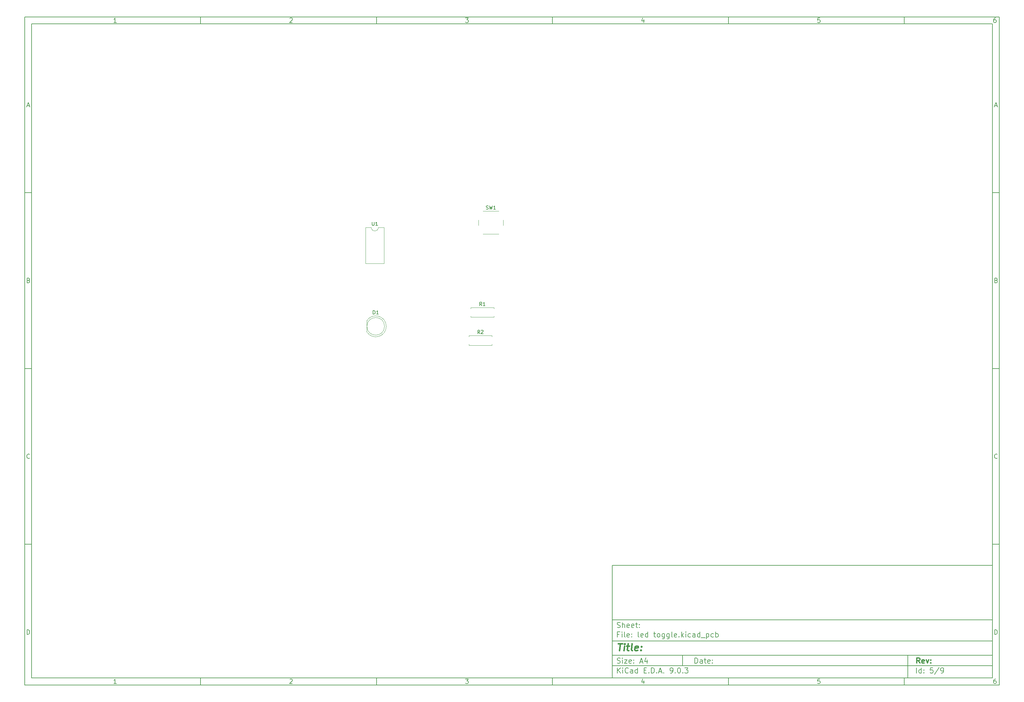
<source format=gbr>
%TF.GenerationSoftware,KiCad,Pcbnew,9.0.3*%
%TF.CreationDate,2025-07-31T01:26:59+05:30*%
%TF.ProjectId,led toggle,6c656420-746f-4676-976c-652e6b696361,rev?*%
%TF.SameCoordinates,Original*%
%TF.FileFunction,Legend,Top*%
%TF.FilePolarity,Positive*%
%FSLAX46Y46*%
G04 Gerber Fmt 4.6, Leading zero omitted, Abs format (unit mm)*
G04 Created by KiCad (PCBNEW 9.0.3) date 2025-07-31 01:26:59*
%MOMM*%
%LPD*%
G01*
G04 APERTURE LIST*
%ADD10C,0.100000*%
%ADD11C,0.150000*%
%ADD12C,0.300000*%
%ADD13C,0.400000*%
%ADD14C,0.120000*%
G04 APERTURE END LIST*
D10*
D11*
X177002200Y-166007200D02*
X285002200Y-166007200D01*
X285002200Y-198007200D01*
X177002200Y-198007200D01*
X177002200Y-166007200D01*
D10*
D11*
X10000000Y-10000000D02*
X287002200Y-10000000D01*
X287002200Y-200007200D01*
X10000000Y-200007200D01*
X10000000Y-10000000D01*
D10*
D11*
X12000000Y-12000000D02*
X285002200Y-12000000D01*
X285002200Y-198007200D01*
X12000000Y-198007200D01*
X12000000Y-12000000D01*
D10*
D11*
X60000000Y-12000000D02*
X60000000Y-10000000D01*
D10*
D11*
X110000000Y-12000000D02*
X110000000Y-10000000D01*
D10*
D11*
X160000000Y-12000000D02*
X160000000Y-10000000D01*
D10*
D11*
X210000000Y-12000000D02*
X210000000Y-10000000D01*
D10*
D11*
X260000000Y-12000000D02*
X260000000Y-10000000D01*
D10*
D11*
X36089160Y-11593604D02*
X35346303Y-11593604D01*
X35717731Y-11593604D02*
X35717731Y-10293604D01*
X35717731Y-10293604D02*
X35593922Y-10479319D01*
X35593922Y-10479319D02*
X35470112Y-10603128D01*
X35470112Y-10603128D02*
X35346303Y-10665033D01*
D10*
D11*
X85346303Y-10417414D02*
X85408207Y-10355509D01*
X85408207Y-10355509D02*
X85532017Y-10293604D01*
X85532017Y-10293604D02*
X85841541Y-10293604D01*
X85841541Y-10293604D02*
X85965350Y-10355509D01*
X85965350Y-10355509D02*
X86027255Y-10417414D01*
X86027255Y-10417414D02*
X86089160Y-10541223D01*
X86089160Y-10541223D02*
X86089160Y-10665033D01*
X86089160Y-10665033D02*
X86027255Y-10850747D01*
X86027255Y-10850747D02*
X85284398Y-11593604D01*
X85284398Y-11593604D02*
X86089160Y-11593604D01*
D10*
D11*
X135284398Y-10293604D02*
X136089160Y-10293604D01*
X136089160Y-10293604D02*
X135655826Y-10788842D01*
X135655826Y-10788842D02*
X135841541Y-10788842D01*
X135841541Y-10788842D02*
X135965350Y-10850747D01*
X135965350Y-10850747D02*
X136027255Y-10912652D01*
X136027255Y-10912652D02*
X136089160Y-11036461D01*
X136089160Y-11036461D02*
X136089160Y-11345985D01*
X136089160Y-11345985D02*
X136027255Y-11469795D01*
X136027255Y-11469795D02*
X135965350Y-11531700D01*
X135965350Y-11531700D02*
X135841541Y-11593604D01*
X135841541Y-11593604D02*
X135470112Y-11593604D01*
X135470112Y-11593604D02*
X135346303Y-11531700D01*
X135346303Y-11531700D02*
X135284398Y-11469795D01*
D10*
D11*
X185965350Y-10726938D02*
X185965350Y-11593604D01*
X185655826Y-10231700D02*
X185346303Y-11160271D01*
X185346303Y-11160271D02*
X186151064Y-11160271D01*
D10*
D11*
X236027255Y-10293604D02*
X235408207Y-10293604D01*
X235408207Y-10293604D02*
X235346303Y-10912652D01*
X235346303Y-10912652D02*
X235408207Y-10850747D01*
X235408207Y-10850747D02*
X235532017Y-10788842D01*
X235532017Y-10788842D02*
X235841541Y-10788842D01*
X235841541Y-10788842D02*
X235965350Y-10850747D01*
X235965350Y-10850747D02*
X236027255Y-10912652D01*
X236027255Y-10912652D02*
X236089160Y-11036461D01*
X236089160Y-11036461D02*
X236089160Y-11345985D01*
X236089160Y-11345985D02*
X236027255Y-11469795D01*
X236027255Y-11469795D02*
X235965350Y-11531700D01*
X235965350Y-11531700D02*
X235841541Y-11593604D01*
X235841541Y-11593604D02*
X235532017Y-11593604D01*
X235532017Y-11593604D02*
X235408207Y-11531700D01*
X235408207Y-11531700D02*
X235346303Y-11469795D01*
D10*
D11*
X285965350Y-10293604D02*
X285717731Y-10293604D01*
X285717731Y-10293604D02*
X285593922Y-10355509D01*
X285593922Y-10355509D02*
X285532017Y-10417414D01*
X285532017Y-10417414D02*
X285408207Y-10603128D01*
X285408207Y-10603128D02*
X285346303Y-10850747D01*
X285346303Y-10850747D02*
X285346303Y-11345985D01*
X285346303Y-11345985D02*
X285408207Y-11469795D01*
X285408207Y-11469795D02*
X285470112Y-11531700D01*
X285470112Y-11531700D02*
X285593922Y-11593604D01*
X285593922Y-11593604D02*
X285841541Y-11593604D01*
X285841541Y-11593604D02*
X285965350Y-11531700D01*
X285965350Y-11531700D02*
X286027255Y-11469795D01*
X286027255Y-11469795D02*
X286089160Y-11345985D01*
X286089160Y-11345985D02*
X286089160Y-11036461D01*
X286089160Y-11036461D02*
X286027255Y-10912652D01*
X286027255Y-10912652D02*
X285965350Y-10850747D01*
X285965350Y-10850747D02*
X285841541Y-10788842D01*
X285841541Y-10788842D02*
X285593922Y-10788842D01*
X285593922Y-10788842D02*
X285470112Y-10850747D01*
X285470112Y-10850747D02*
X285408207Y-10912652D01*
X285408207Y-10912652D02*
X285346303Y-11036461D01*
D10*
D11*
X60000000Y-198007200D02*
X60000000Y-200007200D01*
D10*
D11*
X110000000Y-198007200D02*
X110000000Y-200007200D01*
D10*
D11*
X160000000Y-198007200D02*
X160000000Y-200007200D01*
D10*
D11*
X210000000Y-198007200D02*
X210000000Y-200007200D01*
D10*
D11*
X260000000Y-198007200D02*
X260000000Y-200007200D01*
D10*
D11*
X36089160Y-199600804D02*
X35346303Y-199600804D01*
X35717731Y-199600804D02*
X35717731Y-198300804D01*
X35717731Y-198300804D02*
X35593922Y-198486519D01*
X35593922Y-198486519D02*
X35470112Y-198610328D01*
X35470112Y-198610328D02*
X35346303Y-198672233D01*
D10*
D11*
X85346303Y-198424614D02*
X85408207Y-198362709D01*
X85408207Y-198362709D02*
X85532017Y-198300804D01*
X85532017Y-198300804D02*
X85841541Y-198300804D01*
X85841541Y-198300804D02*
X85965350Y-198362709D01*
X85965350Y-198362709D02*
X86027255Y-198424614D01*
X86027255Y-198424614D02*
X86089160Y-198548423D01*
X86089160Y-198548423D02*
X86089160Y-198672233D01*
X86089160Y-198672233D02*
X86027255Y-198857947D01*
X86027255Y-198857947D02*
X85284398Y-199600804D01*
X85284398Y-199600804D02*
X86089160Y-199600804D01*
D10*
D11*
X135284398Y-198300804D02*
X136089160Y-198300804D01*
X136089160Y-198300804D02*
X135655826Y-198796042D01*
X135655826Y-198796042D02*
X135841541Y-198796042D01*
X135841541Y-198796042D02*
X135965350Y-198857947D01*
X135965350Y-198857947D02*
X136027255Y-198919852D01*
X136027255Y-198919852D02*
X136089160Y-199043661D01*
X136089160Y-199043661D02*
X136089160Y-199353185D01*
X136089160Y-199353185D02*
X136027255Y-199476995D01*
X136027255Y-199476995D02*
X135965350Y-199538900D01*
X135965350Y-199538900D02*
X135841541Y-199600804D01*
X135841541Y-199600804D02*
X135470112Y-199600804D01*
X135470112Y-199600804D02*
X135346303Y-199538900D01*
X135346303Y-199538900D02*
X135284398Y-199476995D01*
D10*
D11*
X185965350Y-198734138D02*
X185965350Y-199600804D01*
X185655826Y-198238900D02*
X185346303Y-199167471D01*
X185346303Y-199167471D02*
X186151064Y-199167471D01*
D10*
D11*
X236027255Y-198300804D02*
X235408207Y-198300804D01*
X235408207Y-198300804D02*
X235346303Y-198919852D01*
X235346303Y-198919852D02*
X235408207Y-198857947D01*
X235408207Y-198857947D02*
X235532017Y-198796042D01*
X235532017Y-198796042D02*
X235841541Y-198796042D01*
X235841541Y-198796042D02*
X235965350Y-198857947D01*
X235965350Y-198857947D02*
X236027255Y-198919852D01*
X236027255Y-198919852D02*
X236089160Y-199043661D01*
X236089160Y-199043661D02*
X236089160Y-199353185D01*
X236089160Y-199353185D02*
X236027255Y-199476995D01*
X236027255Y-199476995D02*
X235965350Y-199538900D01*
X235965350Y-199538900D02*
X235841541Y-199600804D01*
X235841541Y-199600804D02*
X235532017Y-199600804D01*
X235532017Y-199600804D02*
X235408207Y-199538900D01*
X235408207Y-199538900D02*
X235346303Y-199476995D01*
D10*
D11*
X285965350Y-198300804D02*
X285717731Y-198300804D01*
X285717731Y-198300804D02*
X285593922Y-198362709D01*
X285593922Y-198362709D02*
X285532017Y-198424614D01*
X285532017Y-198424614D02*
X285408207Y-198610328D01*
X285408207Y-198610328D02*
X285346303Y-198857947D01*
X285346303Y-198857947D02*
X285346303Y-199353185D01*
X285346303Y-199353185D02*
X285408207Y-199476995D01*
X285408207Y-199476995D02*
X285470112Y-199538900D01*
X285470112Y-199538900D02*
X285593922Y-199600804D01*
X285593922Y-199600804D02*
X285841541Y-199600804D01*
X285841541Y-199600804D02*
X285965350Y-199538900D01*
X285965350Y-199538900D02*
X286027255Y-199476995D01*
X286027255Y-199476995D02*
X286089160Y-199353185D01*
X286089160Y-199353185D02*
X286089160Y-199043661D01*
X286089160Y-199043661D02*
X286027255Y-198919852D01*
X286027255Y-198919852D02*
X285965350Y-198857947D01*
X285965350Y-198857947D02*
X285841541Y-198796042D01*
X285841541Y-198796042D02*
X285593922Y-198796042D01*
X285593922Y-198796042D02*
X285470112Y-198857947D01*
X285470112Y-198857947D02*
X285408207Y-198919852D01*
X285408207Y-198919852D02*
X285346303Y-199043661D01*
D10*
D11*
X10000000Y-60000000D02*
X12000000Y-60000000D01*
D10*
D11*
X10000000Y-110000000D02*
X12000000Y-110000000D01*
D10*
D11*
X10000000Y-160000000D02*
X12000000Y-160000000D01*
D10*
D11*
X10690476Y-35222176D02*
X11309523Y-35222176D01*
X10566666Y-35593604D02*
X10999999Y-34293604D01*
X10999999Y-34293604D02*
X11433333Y-35593604D01*
D10*
D11*
X11092857Y-84912652D02*
X11278571Y-84974557D01*
X11278571Y-84974557D02*
X11340476Y-85036461D01*
X11340476Y-85036461D02*
X11402380Y-85160271D01*
X11402380Y-85160271D02*
X11402380Y-85345985D01*
X11402380Y-85345985D02*
X11340476Y-85469795D01*
X11340476Y-85469795D02*
X11278571Y-85531700D01*
X11278571Y-85531700D02*
X11154761Y-85593604D01*
X11154761Y-85593604D02*
X10659523Y-85593604D01*
X10659523Y-85593604D02*
X10659523Y-84293604D01*
X10659523Y-84293604D02*
X11092857Y-84293604D01*
X11092857Y-84293604D02*
X11216666Y-84355509D01*
X11216666Y-84355509D02*
X11278571Y-84417414D01*
X11278571Y-84417414D02*
X11340476Y-84541223D01*
X11340476Y-84541223D02*
X11340476Y-84665033D01*
X11340476Y-84665033D02*
X11278571Y-84788842D01*
X11278571Y-84788842D02*
X11216666Y-84850747D01*
X11216666Y-84850747D02*
X11092857Y-84912652D01*
X11092857Y-84912652D02*
X10659523Y-84912652D01*
D10*
D11*
X11402380Y-135469795D02*
X11340476Y-135531700D01*
X11340476Y-135531700D02*
X11154761Y-135593604D01*
X11154761Y-135593604D02*
X11030952Y-135593604D01*
X11030952Y-135593604D02*
X10845238Y-135531700D01*
X10845238Y-135531700D02*
X10721428Y-135407890D01*
X10721428Y-135407890D02*
X10659523Y-135284080D01*
X10659523Y-135284080D02*
X10597619Y-135036461D01*
X10597619Y-135036461D02*
X10597619Y-134850747D01*
X10597619Y-134850747D02*
X10659523Y-134603128D01*
X10659523Y-134603128D02*
X10721428Y-134479319D01*
X10721428Y-134479319D02*
X10845238Y-134355509D01*
X10845238Y-134355509D02*
X11030952Y-134293604D01*
X11030952Y-134293604D02*
X11154761Y-134293604D01*
X11154761Y-134293604D02*
X11340476Y-134355509D01*
X11340476Y-134355509D02*
X11402380Y-134417414D01*
D10*
D11*
X10659523Y-185593604D02*
X10659523Y-184293604D01*
X10659523Y-184293604D02*
X10969047Y-184293604D01*
X10969047Y-184293604D02*
X11154761Y-184355509D01*
X11154761Y-184355509D02*
X11278571Y-184479319D01*
X11278571Y-184479319D02*
X11340476Y-184603128D01*
X11340476Y-184603128D02*
X11402380Y-184850747D01*
X11402380Y-184850747D02*
X11402380Y-185036461D01*
X11402380Y-185036461D02*
X11340476Y-185284080D01*
X11340476Y-185284080D02*
X11278571Y-185407890D01*
X11278571Y-185407890D02*
X11154761Y-185531700D01*
X11154761Y-185531700D02*
X10969047Y-185593604D01*
X10969047Y-185593604D02*
X10659523Y-185593604D01*
D10*
D11*
X287002200Y-60000000D02*
X285002200Y-60000000D01*
D10*
D11*
X287002200Y-110000000D02*
X285002200Y-110000000D01*
D10*
D11*
X287002200Y-160000000D02*
X285002200Y-160000000D01*
D10*
D11*
X285692676Y-35222176D02*
X286311723Y-35222176D01*
X285568866Y-35593604D02*
X286002199Y-34293604D01*
X286002199Y-34293604D02*
X286435533Y-35593604D01*
D10*
D11*
X286095057Y-84912652D02*
X286280771Y-84974557D01*
X286280771Y-84974557D02*
X286342676Y-85036461D01*
X286342676Y-85036461D02*
X286404580Y-85160271D01*
X286404580Y-85160271D02*
X286404580Y-85345985D01*
X286404580Y-85345985D02*
X286342676Y-85469795D01*
X286342676Y-85469795D02*
X286280771Y-85531700D01*
X286280771Y-85531700D02*
X286156961Y-85593604D01*
X286156961Y-85593604D02*
X285661723Y-85593604D01*
X285661723Y-85593604D02*
X285661723Y-84293604D01*
X285661723Y-84293604D02*
X286095057Y-84293604D01*
X286095057Y-84293604D02*
X286218866Y-84355509D01*
X286218866Y-84355509D02*
X286280771Y-84417414D01*
X286280771Y-84417414D02*
X286342676Y-84541223D01*
X286342676Y-84541223D02*
X286342676Y-84665033D01*
X286342676Y-84665033D02*
X286280771Y-84788842D01*
X286280771Y-84788842D02*
X286218866Y-84850747D01*
X286218866Y-84850747D02*
X286095057Y-84912652D01*
X286095057Y-84912652D02*
X285661723Y-84912652D01*
D10*
D11*
X286404580Y-135469795D02*
X286342676Y-135531700D01*
X286342676Y-135531700D02*
X286156961Y-135593604D01*
X286156961Y-135593604D02*
X286033152Y-135593604D01*
X286033152Y-135593604D02*
X285847438Y-135531700D01*
X285847438Y-135531700D02*
X285723628Y-135407890D01*
X285723628Y-135407890D02*
X285661723Y-135284080D01*
X285661723Y-135284080D02*
X285599819Y-135036461D01*
X285599819Y-135036461D02*
X285599819Y-134850747D01*
X285599819Y-134850747D02*
X285661723Y-134603128D01*
X285661723Y-134603128D02*
X285723628Y-134479319D01*
X285723628Y-134479319D02*
X285847438Y-134355509D01*
X285847438Y-134355509D02*
X286033152Y-134293604D01*
X286033152Y-134293604D02*
X286156961Y-134293604D01*
X286156961Y-134293604D02*
X286342676Y-134355509D01*
X286342676Y-134355509D02*
X286404580Y-134417414D01*
D10*
D11*
X285661723Y-185593604D02*
X285661723Y-184293604D01*
X285661723Y-184293604D02*
X285971247Y-184293604D01*
X285971247Y-184293604D02*
X286156961Y-184355509D01*
X286156961Y-184355509D02*
X286280771Y-184479319D01*
X286280771Y-184479319D02*
X286342676Y-184603128D01*
X286342676Y-184603128D02*
X286404580Y-184850747D01*
X286404580Y-184850747D02*
X286404580Y-185036461D01*
X286404580Y-185036461D02*
X286342676Y-185284080D01*
X286342676Y-185284080D02*
X286280771Y-185407890D01*
X286280771Y-185407890D02*
X286156961Y-185531700D01*
X286156961Y-185531700D02*
X285971247Y-185593604D01*
X285971247Y-185593604D02*
X285661723Y-185593604D01*
D10*
D11*
X200458026Y-193793328D02*
X200458026Y-192293328D01*
X200458026Y-192293328D02*
X200815169Y-192293328D01*
X200815169Y-192293328D02*
X201029455Y-192364757D01*
X201029455Y-192364757D02*
X201172312Y-192507614D01*
X201172312Y-192507614D02*
X201243741Y-192650471D01*
X201243741Y-192650471D02*
X201315169Y-192936185D01*
X201315169Y-192936185D02*
X201315169Y-193150471D01*
X201315169Y-193150471D02*
X201243741Y-193436185D01*
X201243741Y-193436185D02*
X201172312Y-193579042D01*
X201172312Y-193579042D02*
X201029455Y-193721900D01*
X201029455Y-193721900D02*
X200815169Y-193793328D01*
X200815169Y-193793328D02*
X200458026Y-193793328D01*
X202600884Y-193793328D02*
X202600884Y-193007614D01*
X202600884Y-193007614D02*
X202529455Y-192864757D01*
X202529455Y-192864757D02*
X202386598Y-192793328D01*
X202386598Y-192793328D02*
X202100884Y-192793328D01*
X202100884Y-192793328D02*
X201958026Y-192864757D01*
X202600884Y-193721900D02*
X202458026Y-193793328D01*
X202458026Y-193793328D02*
X202100884Y-193793328D01*
X202100884Y-193793328D02*
X201958026Y-193721900D01*
X201958026Y-193721900D02*
X201886598Y-193579042D01*
X201886598Y-193579042D02*
X201886598Y-193436185D01*
X201886598Y-193436185D02*
X201958026Y-193293328D01*
X201958026Y-193293328D02*
X202100884Y-193221900D01*
X202100884Y-193221900D02*
X202458026Y-193221900D01*
X202458026Y-193221900D02*
X202600884Y-193150471D01*
X203100884Y-192793328D02*
X203672312Y-192793328D01*
X203315169Y-192293328D02*
X203315169Y-193579042D01*
X203315169Y-193579042D02*
X203386598Y-193721900D01*
X203386598Y-193721900D02*
X203529455Y-193793328D01*
X203529455Y-193793328D02*
X203672312Y-193793328D01*
X204743741Y-193721900D02*
X204600884Y-193793328D01*
X204600884Y-193793328D02*
X204315170Y-193793328D01*
X204315170Y-193793328D02*
X204172312Y-193721900D01*
X204172312Y-193721900D02*
X204100884Y-193579042D01*
X204100884Y-193579042D02*
X204100884Y-193007614D01*
X204100884Y-193007614D02*
X204172312Y-192864757D01*
X204172312Y-192864757D02*
X204315170Y-192793328D01*
X204315170Y-192793328D02*
X204600884Y-192793328D01*
X204600884Y-192793328D02*
X204743741Y-192864757D01*
X204743741Y-192864757D02*
X204815170Y-193007614D01*
X204815170Y-193007614D02*
X204815170Y-193150471D01*
X204815170Y-193150471D02*
X204100884Y-193293328D01*
X205458026Y-193650471D02*
X205529455Y-193721900D01*
X205529455Y-193721900D02*
X205458026Y-193793328D01*
X205458026Y-193793328D02*
X205386598Y-193721900D01*
X205386598Y-193721900D02*
X205458026Y-193650471D01*
X205458026Y-193650471D02*
X205458026Y-193793328D01*
X205458026Y-192864757D02*
X205529455Y-192936185D01*
X205529455Y-192936185D02*
X205458026Y-193007614D01*
X205458026Y-193007614D02*
X205386598Y-192936185D01*
X205386598Y-192936185D02*
X205458026Y-192864757D01*
X205458026Y-192864757D02*
X205458026Y-193007614D01*
D10*
D11*
X177002200Y-194507200D02*
X285002200Y-194507200D01*
D10*
D11*
X178458026Y-196593328D02*
X178458026Y-195093328D01*
X179315169Y-196593328D02*
X178672312Y-195736185D01*
X179315169Y-195093328D02*
X178458026Y-195950471D01*
X179958026Y-196593328D02*
X179958026Y-195593328D01*
X179958026Y-195093328D02*
X179886598Y-195164757D01*
X179886598Y-195164757D02*
X179958026Y-195236185D01*
X179958026Y-195236185D02*
X180029455Y-195164757D01*
X180029455Y-195164757D02*
X179958026Y-195093328D01*
X179958026Y-195093328D02*
X179958026Y-195236185D01*
X181529455Y-196450471D02*
X181458027Y-196521900D01*
X181458027Y-196521900D02*
X181243741Y-196593328D01*
X181243741Y-196593328D02*
X181100884Y-196593328D01*
X181100884Y-196593328D02*
X180886598Y-196521900D01*
X180886598Y-196521900D02*
X180743741Y-196379042D01*
X180743741Y-196379042D02*
X180672312Y-196236185D01*
X180672312Y-196236185D02*
X180600884Y-195950471D01*
X180600884Y-195950471D02*
X180600884Y-195736185D01*
X180600884Y-195736185D02*
X180672312Y-195450471D01*
X180672312Y-195450471D02*
X180743741Y-195307614D01*
X180743741Y-195307614D02*
X180886598Y-195164757D01*
X180886598Y-195164757D02*
X181100884Y-195093328D01*
X181100884Y-195093328D02*
X181243741Y-195093328D01*
X181243741Y-195093328D02*
X181458027Y-195164757D01*
X181458027Y-195164757D02*
X181529455Y-195236185D01*
X182815170Y-196593328D02*
X182815170Y-195807614D01*
X182815170Y-195807614D02*
X182743741Y-195664757D01*
X182743741Y-195664757D02*
X182600884Y-195593328D01*
X182600884Y-195593328D02*
X182315170Y-195593328D01*
X182315170Y-195593328D02*
X182172312Y-195664757D01*
X182815170Y-196521900D02*
X182672312Y-196593328D01*
X182672312Y-196593328D02*
X182315170Y-196593328D01*
X182315170Y-196593328D02*
X182172312Y-196521900D01*
X182172312Y-196521900D02*
X182100884Y-196379042D01*
X182100884Y-196379042D02*
X182100884Y-196236185D01*
X182100884Y-196236185D02*
X182172312Y-196093328D01*
X182172312Y-196093328D02*
X182315170Y-196021900D01*
X182315170Y-196021900D02*
X182672312Y-196021900D01*
X182672312Y-196021900D02*
X182815170Y-195950471D01*
X184172313Y-196593328D02*
X184172313Y-195093328D01*
X184172313Y-196521900D02*
X184029455Y-196593328D01*
X184029455Y-196593328D02*
X183743741Y-196593328D01*
X183743741Y-196593328D02*
X183600884Y-196521900D01*
X183600884Y-196521900D02*
X183529455Y-196450471D01*
X183529455Y-196450471D02*
X183458027Y-196307614D01*
X183458027Y-196307614D02*
X183458027Y-195879042D01*
X183458027Y-195879042D02*
X183529455Y-195736185D01*
X183529455Y-195736185D02*
X183600884Y-195664757D01*
X183600884Y-195664757D02*
X183743741Y-195593328D01*
X183743741Y-195593328D02*
X184029455Y-195593328D01*
X184029455Y-195593328D02*
X184172313Y-195664757D01*
X186029455Y-195807614D02*
X186529455Y-195807614D01*
X186743741Y-196593328D02*
X186029455Y-196593328D01*
X186029455Y-196593328D02*
X186029455Y-195093328D01*
X186029455Y-195093328D02*
X186743741Y-195093328D01*
X187386598Y-196450471D02*
X187458027Y-196521900D01*
X187458027Y-196521900D02*
X187386598Y-196593328D01*
X187386598Y-196593328D02*
X187315170Y-196521900D01*
X187315170Y-196521900D02*
X187386598Y-196450471D01*
X187386598Y-196450471D02*
X187386598Y-196593328D01*
X188100884Y-196593328D02*
X188100884Y-195093328D01*
X188100884Y-195093328D02*
X188458027Y-195093328D01*
X188458027Y-195093328D02*
X188672313Y-195164757D01*
X188672313Y-195164757D02*
X188815170Y-195307614D01*
X188815170Y-195307614D02*
X188886599Y-195450471D01*
X188886599Y-195450471D02*
X188958027Y-195736185D01*
X188958027Y-195736185D02*
X188958027Y-195950471D01*
X188958027Y-195950471D02*
X188886599Y-196236185D01*
X188886599Y-196236185D02*
X188815170Y-196379042D01*
X188815170Y-196379042D02*
X188672313Y-196521900D01*
X188672313Y-196521900D02*
X188458027Y-196593328D01*
X188458027Y-196593328D02*
X188100884Y-196593328D01*
X189600884Y-196450471D02*
X189672313Y-196521900D01*
X189672313Y-196521900D02*
X189600884Y-196593328D01*
X189600884Y-196593328D02*
X189529456Y-196521900D01*
X189529456Y-196521900D02*
X189600884Y-196450471D01*
X189600884Y-196450471D02*
X189600884Y-196593328D01*
X190243742Y-196164757D02*
X190958028Y-196164757D01*
X190100885Y-196593328D02*
X190600885Y-195093328D01*
X190600885Y-195093328D02*
X191100885Y-196593328D01*
X191600884Y-196450471D02*
X191672313Y-196521900D01*
X191672313Y-196521900D02*
X191600884Y-196593328D01*
X191600884Y-196593328D02*
X191529456Y-196521900D01*
X191529456Y-196521900D02*
X191600884Y-196450471D01*
X191600884Y-196450471D02*
X191600884Y-196593328D01*
X193529456Y-196593328D02*
X193815170Y-196593328D01*
X193815170Y-196593328D02*
X193958027Y-196521900D01*
X193958027Y-196521900D02*
X194029456Y-196450471D01*
X194029456Y-196450471D02*
X194172313Y-196236185D01*
X194172313Y-196236185D02*
X194243742Y-195950471D01*
X194243742Y-195950471D02*
X194243742Y-195379042D01*
X194243742Y-195379042D02*
X194172313Y-195236185D01*
X194172313Y-195236185D02*
X194100885Y-195164757D01*
X194100885Y-195164757D02*
X193958027Y-195093328D01*
X193958027Y-195093328D02*
X193672313Y-195093328D01*
X193672313Y-195093328D02*
X193529456Y-195164757D01*
X193529456Y-195164757D02*
X193458027Y-195236185D01*
X193458027Y-195236185D02*
X193386599Y-195379042D01*
X193386599Y-195379042D02*
X193386599Y-195736185D01*
X193386599Y-195736185D02*
X193458027Y-195879042D01*
X193458027Y-195879042D02*
X193529456Y-195950471D01*
X193529456Y-195950471D02*
X193672313Y-196021900D01*
X193672313Y-196021900D02*
X193958027Y-196021900D01*
X193958027Y-196021900D02*
X194100885Y-195950471D01*
X194100885Y-195950471D02*
X194172313Y-195879042D01*
X194172313Y-195879042D02*
X194243742Y-195736185D01*
X194886598Y-196450471D02*
X194958027Y-196521900D01*
X194958027Y-196521900D02*
X194886598Y-196593328D01*
X194886598Y-196593328D02*
X194815170Y-196521900D01*
X194815170Y-196521900D02*
X194886598Y-196450471D01*
X194886598Y-196450471D02*
X194886598Y-196593328D01*
X195886599Y-195093328D02*
X196029456Y-195093328D01*
X196029456Y-195093328D02*
X196172313Y-195164757D01*
X196172313Y-195164757D02*
X196243742Y-195236185D01*
X196243742Y-195236185D02*
X196315170Y-195379042D01*
X196315170Y-195379042D02*
X196386599Y-195664757D01*
X196386599Y-195664757D02*
X196386599Y-196021900D01*
X196386599Y-196021900D02*
X196315170Y-196307614D01*
X196315170Y-196307614D02*
X196243742Y-196450471D01*
X196243742Y-196450471D02*
X196172313Y-196521900D01*
X196172313Y-196521900D02*
X196029456Y-196593328D01*
X196029456Y-196593328D02*
X195886599Y-196593328D01*
X195886599Y-196593328D02*
X195743742Y-196521900D01*
X195743742Y-196521900D02*
X195672313Y-196450471D01*
X195672313Y-196450471D02*
X195600884Y-196307614D01*
X195600884Y-196307614D02*
X195529456Y-196021900D01*
X195529456Y-196021900D02*
X195529456Y-195664757D01*
X195529456Y-195664757D02*
X195600884Y-195379042D01*
X195600884Y-195379042D02*
X195672313Y-195236185D01*
X195672313Y-195236185D02*
X195743742Y-195164757D01*
X195743742Y-195164757D02*
X195886599Y-195093328D01*
X197029455Y-196450471D02*
X197100884Y-196521900D01*
X197100884Y-196521900D02*
X197029455Y-196593328D01*
X197029455Y-196593328D02*
X196958027Y-196521900D01*
X196958027Y-196521900D02*
X197029455Y-196450471D01*
X197029455Y-196450471D02*
X197029455Y-196593328D01*
X197600884Y-195093328D02*
X198529456Y-195093328D01*
X198529456Y-195093328D02*
X198029456Y-195664757D01*
X198029456Y-195664757D02*
X198243741Y-195664757D01*
X198243741Y-195664757D02*
X198386599Y-195736185D01*
X198386599Y-195736185D02*
X198458027Y-195807614D01*
X198458027Y-195807614D02*
X198529456Y-195950471D01*
X198529456Y-195950471D02*
X198529456Y-196307614D01*
X198529456Y-196307614D02*
X198458027Y-196450471D01*
X198458027Y-196450471D02*
X198386599Y-196521900D01*
X198386599Y-196521900D02*
X198243741Y-196593328D01*
X198243741Y-196593328D02*
X197815170Y-196593328D01*
X197815170Y-196593328D02*
X197672313Y-196521900D01*
X197672313Y-196521900D02*
X197600884Y-196450471D01*
D10*
D11*
X177002200Y-191507200D02*
X285002200Y-191507200D01*
D10*
D12*
X264413853Y-193785528D02*
X263913853Y-193071242D01*
X263556710Y-193785528D02*
X263556710Y-192285528D01*
X263556710Y-192285528D02*
X264128139Y-192285528D01*
X264128139Y-192285528D02*
X264270996Y-192356957D01*
X264270996Y-192356957D02*
X264342425Y-192428385D01*
X264342425Y-192428385D02*
X264413853Y-192571242D01*
X264413853Y-192571242D02*
X264413853Y-192785528D01*
X264413853Y-192785528D02*
X264342425Y-192928385D01*
X264342425Y-192928385D02*
X264270996Y-192999814D01*
X264270996Y-192999814D02*
X264128139Y-193071242D01*
X264128139Y-193071242D02*
X263556710Y-193071242D01*
X265628139Y-193714100D02*
X265485282Y-193785528D01*
X265485282Y-193785528D02*
X265199568Y-193785528D01*
X265199568Y-193785528D02*
X265056710Y-193714100D01*
X265056710Y-193714100D02*
X264985282Y-193571242D01*
X264985282Y-193571242D02*
X264985282Y-192999814D01*
X264985282Y-192999814D02*
X265056710Y-192856957D01*
X265056710Y-192856957D02*
X265199568Y-192785528D01*
X265199568Y-192785528D02*
X265485282Y-192785528D01*
X265485282Y-192785528D02*
X265628139Y-192856957D01*
X265628139Y-192856957D02*
X265699568Y-192999814D01*
X265699568Y-192999814D02*
X265699568Y-193142671D01*
X265699568Y-193142671D02*
X264985282Y-193285528D01*
X266199567Y-192785528D02*
X266556710Y-193785528D01*
X266556710Y-193785528D02*
X266913853Y-192785528D01*
X267485281Y-193642671D02*
X267556710Y-193714100D01*
X267556710Y-193714100D02*
X267485281Y-193785528D01*
X267485281Y-193785528D02*
X267413853Y-193714100D01*
X267413853Y-193714100D02*
X267485281Y-193642671D01*
X267485281Y-193642671D02*
X267485281Y-193785528D01*
X267485281Y-192856957D02*
X267556710Y-192928385D01*
X267556710Y-192928385D02*
X267485281Y-192999814D01*
X267485281Y-192999814D02*
X267413853Y-192928385D01*
X267413853Y-192928385D02*
X267485281Y-192856957D01*
X267485281Y-192856957D02*
X267485281Y-192999814D01*
D10*
D11*
X178386598Y-193721900D02*
X178600884Y-193793328D01*
X178600884Y-193793328D02*
X178958026Y-193793328D01*
X178958026Y-193793328D02*
X179100884Y-193721900D01*
X179100884Y-193721900D02*
X179172312Y-193650471D01*
X179172312Y-193650471D02*
X179243741Y-193507614D01*
X179243741Y-193507614D02*
X179243741Y-193364757D01*
X179243741Y-193364757D02*
X179172312Y-193221900D01*
X179172312Y-193221900D02*
X179100884Y-193150471D01*
X179100884Y-193150471D02*
X178958026Y-193079042D01*
X178958026Y-193079042D02*
X178672312Y-193007614D01*
X178672312Y-193007614D02*
X178529455Y-192936185D01*
X178529455Y-192936185D02*
X178458026Y-192864757D01*
X178458026Y-192864757D02*
X178386598Y-192721900D01*
X178386598Y-192721900D02*
X178386598Y-192579042D01*
X178386598Y-192579042D02*
X178458026Y-192436185D01*
X178458026Y-192436185D02*
X178529455Y-192364757D01*
X178529455Y-192364757D02*
X178672312Y-192293328D01*
X178672312Y-192293328D02*
X179029455Y-192293328D01*
X179029455Y-192293328D02*
X179243741Y-192364757D01*
X179886597Y-193793328D02*
X179886597Y-192793328D01*
X179886597Y-192293328D02*
X179815169Y-192364757D01*
X179815169Y-192364757D02*
X179886597Y-192436185D01*
X179886597Y-192436185D02*
X179958026Y-192364757D01*
X179958026Y-192364757D02*
X179886597Y-192293328D01*
X179886597Y-192293328D02*
X179886597Y-192436185D01*
X180458026Y-192793328D02*
X181243741Y-192793328D01*
X181243741Y-192793328D02*
X180458026Y-193793328D01*
X180458026Y-193793328D02*
X181243741Y-193793328D01*
X182386598Y-193721900D02*
X182243741Y-193793328D01*
X182243741Y-193793328D02*
X181958027Y-193793328D01*
X181958027Y-193793328D02*
X181815169Y-193721900D01*
X181815169Y-193721900D02*
X181743741Y-193579042D01*
X181743741Y-193579042D02*
X181743741Y-193007614D01*
X181743741Y-193007614D02*
X181815169Y-192864757D01*
X181815169Y-192864757D02*
X181958027Y-192793328D01*
X181958027Y-192793328D02*
X182243741Y-192793328D01*
X182243741Y-192793328D02*
X182386598Y-192864757D01*
X182386598Y-192864757D02*
X182458027Y-193007614D01*
X182458027Y-193007614D02*
X182458027Y-193150471D01*
X182458027Y-193150471D02*
X181743741Y-193293328D01*
X183100883Y-193650471D02*
X183172312Y-193721900D01*
X183172312Y-193721900D02*
X183100883Y-193793328D01*
X183100883Y-193793328D02*
X183029455Y-193721900D01*
X183029455Y-193721900D02*
X183100883Y-193650471D01*
X183100883Y-193650471D02*
X183100883Y-193793328D01*
X183100883Y-192864757D02*
X183172312Y-192936185D01*
X183172312Y-192936185D02*
X183100883Y-193007614D01*
X183100883Y-193007614D02*
X183029455Y-192936185D01*
X183029455Y-192936185D02*
X183100883Y-192864757D01*
X183100883Y-192864757D02*
X183100883Y-193007614D01*
X184886598Y-193364757D02*
X185600884Y-193364757D01*
X184743741Y-193793328D02*
X185243741Y-192293328D01*
X185243741Y-192293328D02*
X185743741Y-193793328D01*
X186886598Y-192793328D02*
X186886598Y-193793328D01*
X186529455Y-192221900D02*
X186172312Y-193293328D01*
X186172312Y-193293328D02*
X187100883Y-193293328D01*
D10*
D11*
X263458026Y-196593328D02*
X263458026Y-195093328D01*
X264815170Y-196593328D02*
X264815170Y-195093328D01*
X264815170Y-196521900D02*
X264672312Y-196593328D01*
X264672312Y-196593328D02*
X264386598Y-196593328D01*
X264386598Y-196593328D02*
X264243741Y-196521900D01*
X264243741Y-196521900D02*
X264172312Y-196450471D01*
X264172312Y-196450471D02*
X264100884Y-196307614D01*
X264100884Y-196307614D02*
X264100884Y-195879042D01*
X264100884Y-195879042D02*
X264172312Y-195736185D01*
X264172312Y-195736185D02*
X264243741Y-195664757D01*
X264243741Y-195664757D02*
X264386598Y-195593328D01*
X264386598Y-195593328D02*
X264672312Y-195593328D01*
X264672312Y-195593328D02*
X264815170Y-195664757D01*
X265529455Y-196450471D02*
X265600884Y-196521900D01*
X265600884Y-196521900D02*
X265529455Y-196593328D01*
X265529455Y-196593328D02*
X265458027Y-196521900D01*
X265458027Y-196521900D02*
X265529455Y-196450471D01*
X265529455Y-196450471D02*
X265529455Y-196593328D01*
X265529455Y-195664757D02*
X265600884Y-195736185D01*
X265600884Y-195736185D02*
X265529455Y-195807614D01*
X265529455Y-195807614D02*
X265458027Y-195736185D01*
X265458027Y-195736185D02*
X265529455Y-195664757D01*
X265529455Y-195664757D02*
X265529455Y-195807614D01*
X268100884Y-195093328D02*
X267386598Y-195093328D01*
X267386598Y-195093328D02*
X267315170Y-195807614D01*
X267315170Y-195807614D02*
X267386598Y-195736185D01*
X267386598Y-195736185D02*
X267529456Y-195664757D01*
X267529456Y-195664757D02*
X267886598Y-195664757D01*
X267886598Y-195664757D02*
X268029456Y-195736185D01*
X268029456Y-195736185D02*
X268100884Y-195807614D01*
X268100884Y-195807614D02*
X268172313Y-195950471D01*
X268172313Y-195950471D02*
X268172313Y-196307614D01*
X268172313Y-196307614D02*
X268100884Y-196450471D01*
X268100884Y-196450471D02*
X268029456Y-196521900D01*
X268029456Y-196521900D02*
X267886598Y-196593328D01*
X267886598Y-196593328D02*
X267529456Y-196593328D01*
X267529456Y-196593328D02*
X267386598Y-196521900D01*
X267386598Y-196521900D02*
X267315170Y-196450471D01*
X269886598Y-195021900D02*
X268600884Y-196950471D01*
X270458027Y-196593328D02*
X270743741Y-196593328D01*
X270743741Y-196593328D02*
X270886598Y-196521900D01*
X270886598Y-196521900D02*
X270958027Y-196450471D01*
X270958027Y-196450471D02*
X271100884Y-196236185D01*
X271100884Y-196236185D02*
X271172313Y-195950471D01*
X271172313Y-195950471D02*
X271172313Y-195379042D01*
X271172313Y-195379042D02*
X271100884Y-195236185D01*
X271100884Y-195236185D02*
X271029456Y-195164757D01*
X271029456Y-195164757D02*
X270886598Y-195093328D01*
X270886598Y-195093328D02*
X270600884Y-195093328D01*
X270600884Y-195093328D02*
X270458027Y-195164757D01*
X270458027Y-195164757D02*
X270386598Y-195236185D01*
X270386598Y-195236185D02*
X270315170Y-195379042D01*
X270315170Y-195379042D02*
X270315170Y-195736185D01*
X270315170Y-195736185D02*
X270386598Y-195879042D01*
X270386598Y-195879042D02*
X270458027Y-195950471D01*
X270458027Y-195950471D02*
X270600884Y-196021900D01*
X270600884Y-196021900D02*
X270886598Y-196021900D01*
X270886598Y-196021900D02*
X271029456Y-195950471D01*
X271029456Y-195950471D02*
X271100884Y-195879042D01*
X271100884Y-195879042D02*
X271172313Y-195736185D01*
D10*
D11*
X177002200Y-187507200D02*
X285002200Y-187507200D01*
D10*
D13*
X178693928Y-188211638D02*
X179836785Y-188211638D01*
X179015357Y-190211638D02*
X179265357Y-188211638D01*
X180253452Y-190211638D02*
X180420119Y-188878304D01*
X180503452Y-188211638D02*
X180396309Y-188306876D01*
X180396309Y-188306876D02*
X180479643Y-188402114D01*
X180479643Y-188402114D02*
X180586786Y-188306876D01*
X180586786Y-188306876D02*
X180503452Y-188211638D01*
X180503452Y-188211638D02*
X180479643Y-188402114D01*
X181086786Y-188878304D02*
X181848690Y-188878304D01*
X181455833Y-188211638D02*
X181241548Y-189925923D01*
X181241548Y-189925923D02*
X181312976Y-190116400D01*
X181312976Y-190116400D02*
X181491548Y-190211638D01*
X181491548Y-190211638D02*
X181682024Y-190211638D01*
X182634405Y-190211638D02*
X182455833Y-190116400D01*
X182455833Y-190116400D02*
X182384405Y-189925923D01*
X182384405Y-189925923D02*
X182598690Y-188211638D01*
X184170119Y-190116400D02*
X183967738Y-190211638D01*
X183967738Y-190211638D02*
X183586785Y-190211638D01*
X183586785Y-190211638D02*
X183408214Y-190116400D01*
X183408214Y-190116400D02*
X183336785Y-189925923D01*
X183336785Y-189925923D02*
X183432024Y-189164019D01*
X183432024Y-189164019D02*
X183551071Y-188973542D01*
X183551071Y-188973542D02*
X183753452Y-188878304D01*
X183753452Y-188878304D02*
X184134404Y-188878304D01*
X184134404Y-188878304D02*
X184312976Y-188973542D01*
X184312976Y-188973542D02*
X184384404Y-189164019D01*
X184384404Y-189164019D02*
X184360595Y-189354495D01*
X184360595Y-189354495D02*
X183384404Y-189544971D01*
X185134405Y-190021161D02*
X185217738Y-190116400D01*
X185217738Y-190116400D02*
X185110595Y-190211638D01*
X185110595Y-190211638D02*
X185027262Y-190116400D01*
X185027262Y-190116400D02*
X185134405Y-190021161D01*
X185134405Y-190021161D02*
X185110595Y-190211638D01*
X185265357Y-188973542D02*
X185348690Y-189068780D01*
X185348690Y-189068780D02*
X185241548Y-189164019D01*
X185241548Y-189164019D02*
X185158214Y-189068780D01*
X185158214Y-189068780D02*
X185265357Y-188973542D01*
X185265357Y-188973542D02*
X185241548Y-189164019D01*
D10*
D11*
X178958026Y-185607614D02*
X178458026Y-185607614D01*
X178458026Y-186393328D02*
X178458026Y-184893328D01*
X178458026Y-184893328D02*
X179172312Y-184893328D01*
X179743740Y-186393328D02*
X179743740Y-185393328D01*
X179743740Y-184893328D02*
X179672312Y-184964757D01*
X179672312Y-184964757D02*
X179743740Y-185036185D01*
X179743740Y-185036185D02*
X179815169Y-184964757D01*
X179815169Y-184964757D02*
X179743740Y-184893328D01*
X179743740Y-184893328D02*
X179743740Y-185036185D01*
X180672312Y-186393328D02*
X180529455Y-186321900D01*
X180529455Y-186321900D02*
X180458026Y-186179042D01*
X180458026Y-186179042D02*
X180458026Y-184893328D01*
X181815169Y-186321900D02*
X181672312Y-186393328D01*
X181672312Y-186393328D02*
X181386598Y-186393328D01*
X181386598Y-186393328D02*
X181243740Y-186321900D01*
X181243740Y-186321900D02*
X181172312Y-186179042D01*
X181172312Y-186179042D02*
X181172312Y-185607614D01*
X181172312Y-185607614D02*
X181243740Y-185464757D01*
X181243740Y-185464757D02*
X181386598Y-185393328D01*
X181386598Y-185393328D02*
X181672312Y-185393328D01*
X181672312Y-185393328D02*
X181815169Y-185464757D01*
X181815169Y-185464757D02*
X181886598Y-185607614D01*
X181886598Y-185607614D02*
X181886598Y-185750471D01*
X181886598Y-185750471D02*
X181172312Y-185893328D01*
X182529454Y-186250471D02*
X182600883Y-186321900D01*
X182600883Y-186321900D02*
X182529454Y-186393328D01*
X182529454Y-186393328D02*
X182458026Y-186321900D01*
X182458026Y-186321900D02*
X182529454Y-186250471D01*
X182529454Y-186250471D02*
X182529454Y-186393328D01*
X182529454Y-185464757D02*
X182600883Y-185536185D01*
X182600883Y-185536185D02*
X182529454Y-185607614D01*
X182529454Y-185607614D02*
X182458026Y-185536185D01*
X182458026Y-185536185D02*
X182529454Y-185464757D01*
X182529454Y-185464757D02*
X182529454Y-185607614D01*
X184600883Y-186393328D02*
X184458026Y-186321900D01*
X184458026Y-186321900D02*
X184386597Y-186179042D01*
X184386597Y-186179042D02*
X184386597Y-184893328D01*
X185743740Y-186321900D02*
X185600883Y-186393328D01*
X185600883Y-186393328D02*
X185315169Y-186393328D01*
X185315169Y-186393328D02*
X185172311Y-186321900D01*
X185172311Y-186321900D02*
X185100883Y-186179042D01*
X185100883Y-186179042D02*
X185100883Y-185607614D01*
X185100883Y-185607614D02*
X185172311Y-185464757D01*
X185172311Y-185464757D02*
X185315169Y-185393328D01*
X185315169Y-185393328D02*
X185600883Y-185393328D01*
X185600883Y-185393328D02*
X185743740Y-185464757D01*
X185743740Y-185464757D02*
X185815169Y-185607614D01*
X185815169Y-185607614D02*
X185815169Y-185750471D01*
X185815169Y-185750471D02*
X185100883Y-185893328D01*
X187100883Y-186393328D02*
X187100883Y-184893328D01*
X187100883Y-186321900D02*
X186958025Y-186393328D01*
X186958025Y-186393328D02*
X186672311Y-186393328D01*
X186672311Y-186393328D02*
X186529454Y-186321900D01*
X186529454Y-186321900D02*
X186458025Y-186250471D01*
X186458025Y-186250471D02*
X186386597Y-186107614D01*
X186386597Y-186107614D02*
X186386597Y-185679042D01*
X186386597Y-185679042D02*
X186458025Y-185536185D01*
X186458025Y-185536185D02*
X186529454Y-185464757D01*
X186529454Y-185464757D02*
X186672311Y-185393328D01*
X186672311Y-185393328D02*
X186958025Y-185393328D01*
X186958025Y-185393328D02*
X187100883Y-185464757D01*
X188743740Y-185393328D02*
X189315168Y-185393328D01*
X188958025Y-184893328D02*
X188958025Y-186179042D01*
X188958025Y-186179042D02*
X189029454Y-186321900D01*
X189029454Y-186321900D02*
X189172311Y-186393328D01*
X189172311Y-186393328D02*
X189315168Y-186393328D01*
X190029454Y-186393328D02*
X189886597Y-186321900D01*
X189886597Y-186321900D02*
X189815168Y-186250471D01*
X189815168Y-186250471D02*
X189743740Y-186107614D01*
X189743740Y-186107614D02*
X189743740Y-185679042D01*
X189743740Y-185679042D02*
X189815168Y-185536185D01*
X189815168Y-185536185D02*
X189886597Y-185464757D01*
X189886597Y-185464757D02*
X190029454Y-185393328D01*
X190029454Y-185393328D02*
X190243740Y-185393328D01*
X190243740Y-185393328D02*
X190386597Y-185464757D01*
X190386597Y-185464757D02*
X190458026Y-185536185D01*
X190458026Y-185536185D02*
X190529454Y-185679042D01*
X190529454Y-185679042D02*
X190529454Y-186107614D01*
X190529454Y-186107614D02*
X190458026Y-186250471D01*
X190458026Y-186250471D02*
X190386597Y-186321900D01*
X190386597Y-186321900D02*
X190243740Y-186393328D01*
X190243740Y-186393328D02*
X190029454Y-186393328D01*
X191815169Y-185393328D02*
X191815169Y-186607614D01*
X191815169Y-186607614D02*
X191743740Y-186750471D01*
X191743740Y-186750471D02*
X191672311Y-186821900D01*
X191672311Y-186821900D02*
X191529454Y-186893328D01*
X191529454Y-186893328D02*
X191315169Y-186893328D01*
X191315169Y-186893328D02*
X191172311Y-186821900D01*
X191815169Y-186321900D02*
X191672311Y-186393328D01*
X191672311Y-186393328D02*
X191386597Y-186393328D01*
X191386597Y-186393328D02*
X191243740Y-186321900D01*
X191243740Y-186321900D02*
X191172311Y-186250471D01*
X191172311Y-186250471D02*
X191100883Y-186107614D01*
X191100883Y-186107614D02*
X191100883Y-185679042D01*
X191100883Y-185679042D02*
X191172311Y-185536185D01*
X191172311Y-185536185D02*
X191243740Y-185464757D01*
X191243740Y-185464757D02*
X191386597Y-185393328D01*
X191386597Y-185393328D02*
X191672311Y-185393328D01*
X191672311Y-185393328D02*
X191815169Y-185464757D01*
X193172312Y-185393328D02*
X193172312Y-186607614D01*
X193172312Y-186607614D02*
X193100883Y-186750471D01*
X193100883Y-186750471D02*
X193029454Y-186821900D01*
X193029454Y-186821900D02*
X192886597Y-186893328D01*
X192886597Y-186893328D02*
X192672312Y-186893328D01*
X192672312Y-186893328D02*
X192529454Y-186821900D01*
X193172312Y-186321900D02*
X193029454Y-186393328D01*
X193029454Y-186393328D02*
X192743740Y-186393328D01*
X192743740Y-186393328D02*
X192600883Y-186321900D01*
X192600883Y-186321900D02*
X192529454Y-186250471D01*
X192529454Y-186250471D02*
X192458026Y-186107614D01*
X192458026Y-186107614D02*
X192458026Y-185679042D01*
X192458026Y-185679042D02*
X192529454Y-185536185D01*
X192529454Y-185536185D02*
X192600883Y-185464757D01*
X192600883Y-185464757D02*
X192743740Y-185393328D01*
X192743740Y-185393328D02*
X193029454Y-185393328D01*
X193029454Y-185393328D02*
X193172312Y-185464757D01*
X194100883Y-186393328D02*
X193958026Y-186321900D01*
X193958026Y-186321900D02*
X193886597Y-186179042D01*
X193886597Y-186179042D02*
X193886597Y-184893328D01*
X195243740Y-186321900D02*
X195100883Y-186393328D01*
X195100883Y-186393328D02*
X194815169Y-186393328D01*
X194815169Y-186393328D02*
X194672311Y-186321900D01*
X194672311Y-186321900D02*
X194600883Y-186179042D01*
X194600883Y-186179042D02*
X194600883Y-185607614D01*
X194600883Y-185607614D02*
X194672311Y-185464757D01*
X194672311Y-185464757D02*
X194815169Y-185393328D01*
X194815169Y-185393328D02*
X195100883Y-185393328D01*
X195100883Y-185393328D02*
X195243740Y-185464757D01*
X195243740Y-185464757D02*
X195315169Y-185607614D01*
X195315169Y-185607614D02*
X195315169Y-185750471D01*
X195315169Y-185750471D02*
X194600883Y-185893328D01*
X195958025Y-186250471D02*
X196029454Y-186321900D01*
X196029454Y-186321900D02*
X195958025Y-186393328D01*
X195958025Y-186393328D02*
X195886597Y-186321900D01*
X195886597Y-186321900D02*
X195958025Y-186250471D01*
X195958025Y-186250471D02*
X195958025Y-186393328D01*
X196672311Y-186393328D02*
X196672311Y-184893328D01*
X196815169Y-185821900D02*
X197243740Y-186393328D01*
X197243740Y-185393328D02*
X196672311Y-185964757D01*
X197886597Y-186393328D02*
X197886597Y-185393328D01*
X197886597Y-184893328D02*
X197815169Y-184964757D01*
X197815169Y-184964757D02*
X197886597Y-185036185D01*
X197886597Y-185036185D02*
X197958026Y-184964757D01*
X197958026Y-184964757D02*
X197886597Y-184893328D01*
X197886597Y-184893328D02*
X197886597Y-185036185D01*
X199243741Y-186321900D02*
X199100883Y-186393328D01*
X199100883Y-186393328D02*
X198815169Y-186393328D01*
X198815169Y-186393328D02*
X198672312Y-186321900D01*
X198672312Y-186321900D02*
X198600883Y-186250471D01*
X198600883Y-186250471D02*
X198529455Y-186107614D01*
X198529455Y-186107614D02*
X198529455Y-185679042D01*
X198529455Y-185679042D02*
X198600883Y-185536185D01*
X198600883Y-185536185D02*
X198672312Y-185464757D01*
X198672312Y-185464757D02*
X198815169Y-185393328D01*
X198815169Y-185393328D02*
X199100883Y-185393328D01*
X199100883Y-185393328D02*
X199243741Y-185464757D01*
X200529455Y-186393328D02*
X200529455Y-185607614D01*
X200529455Y-185607614D02*
X200458026Y-185464757D01*
X200458026Y-185464757D02*
X200315169Y-185393328D01*
X200315169Y-185393328D02*
X200029455Y-185393328D01*
X200029455Y-185393328D02*
X199886597Y-185464757D01*
X200529455Y-186321900D02*
X200386597Y-186393328D01*
X200386597Y-186393328D02*
X200029455Y-186393328D01*
X200029455Y-186393328D02*
X199886597Y-186321900D01*
X199886597Y-186321900D02*
X199815169Y-186179042D01*
X199815169Y-186179042D02*
X199815169Y-186036185D01*
X199815169Y-186036185D02*
X199886597Y-185893328D01*
X199886597Y-185893328D02*
X200029455Y-185821900D01*
X200029455Y-185821900D02*
X200386597Y-185821900D01*
X200386597Y-185821900D02*
X200529455Y-185750471D01*
X201886598Y-186393328D02*
X201886598Y-184893328D01*
X201886598Y-186321900D02*
X201743740Y-186393328D01*
X201743740Y-186393328D02*
X201458026Y-186393328D01*
X201458026Y-186393328D02*
X201315169Y-186321900D01*
X201315169Y-186321900D02*
X201243740Y-186250471D01*
X201243740Y-186250471D02*
X201172312Y-186107614D01*
X201172312Y-186107614D02*
X201172312Y-185679042D01*
X201172312Y-185679042D02*
X201243740Y-185536185D01*
X201243740Y-185536185D02*
X201315169Y-185464757D01*
X201315169Y-185464757D02*
X201458026Y-185393328D01*
X201458026Y-185393328D02*
X201743740Y-185393328D01*
X201743740Y-185393328D02*
X201886598Y-185464757D01*
X202243741Y-186536185D02*
X203386598Y-186536185D01*
X203743740Y-185393328D02*
X203743740Y-186893328D01*
X203743740Y-185464757D02*
X203886598Y-185393328D01*
X203886598Y-185393328D02*
X204172312Y-185393328D01*
X204172312Y-185393328D02*
X204315169Y-185464757D01*
X204315169Y-185464757D02*
X204386598Y-185536185D01*
X204386598Y-185536185D02*
X204458026Y-185679042D01*
X204458026Y-185679042D02*
X204458026Y-186107614D01*
X204458026Y-186107614D02*
X204386598Y-186250471D01*
X204386598Y-186250471D02*
X204315169Y-186321900D01*
X204315169Y-186321900D02*
X204172312Y-186393328D01*
X204172312Y-186393328D02*
X203886598Y-186393328D01*
X203886598Y-186393328D02*
X203743740Y-186321900D01*
X205743741Y-186321900D02*
X205600883Y-186393328D01*
X205600883Y-186393328D02*
X205315169Y-186393328D01*
X205315169Y-186393328D02*
X205172312Y-186321900D01*
X205172312Y-186321900D02*
X205100883Y-186250471D01*
X205100883Y-186250471D02*
X205029455Y-186107614D01*
X205029455Y-186107614D02*
X205029455Y-185679042D01*
X205029455Y-185679042D02*
X205100883Y-185536185D01*
X205100883Y-185536185D02*
X205172312Y-185464757D01*
X205172312Y-185464757D02*
X205315169Y-185393328D01*
X205315169Y-185393328D02*
X205600883Y-185393328D01*
X205600883Y-185393328D02*
X205743741Y-185464757D01*
X206386597Y-186393328D02*
X206386597Y-184893328D01*
X206386597Y-185464757D02*
X206529455Y-185393328D01*
X206529455Y-185393328D02*
X206815169Y-185393328D01*
X206815169Y-185393328D02*
X206958026Y-185464757D01*
X206958026Y-185464757D02*
X207029455Y-185536185D01*
X207029455Y-185536185D02*
X207100883Y-185679042D01*
X207100883Y-185679042D02*
X207100883Y-186107614D01*
X207100883Y-186107614D02*
X207029455Y-186250471D01*
X207029455Y-186250471D02*
X206958026Y-186321900D01*
X206958026Y-186321900D02*
X206815169Y-186393328D01*
X206815169Y-186393328D02*
X206529455Y-186393328D01*
X206529455Y-186393328D02*
X206386597Y-186321900D01*
D10*
D11*
X177002200Y-181507200D02*
X285002200Y-181507200D01*
D10*
D11*
X178386598Y-183621900D02*
X178600884Y-183693328D01*
X178600884Y-183693328D02*
X178958026Y-183693328D01*
X178958026Y-183693328D02*
X179100884Y-183621900D01*
X179100884Y-183621900D02*
X179172312Y-183550471D01*
X179172312Y-183550471D02*
X179243741Y-183407614D01*
X179243741Y-183407614D02*
X179243741Y-183264757D01*
X179243741Y-183264757D02*
X179172312Y-183121900D01*
X179172312Y-183121900D02*
X179100884Y-183050471D01*
X179100884Y-183050471D02*
X178958026Y-182979042D01*
X178958026Y-182979042D02*
X178672312Y-182907614D01*
X178672312Y-182907614D02*
X178529455Y-182836185D01*
X178529455Y-182836185D02*
X178458026Y-182764757D01*
X178458026Y-182764757D02*
X178386598Y-182621900D01*
X178386598Y-182621900D02*
X178386598Y-182479042D01*
X178386598Y-182479042D02*
X178458026Y-182336185D01*
X178458026Y-182336185D02*
X178529455Y-182264757D01*
X178529455Y-182264757D02*
X178672312Y-182193328D01*
X178672312Y-182193328D02*
X179029455Y-182193328D01*
X179029455Y-182193328D02*
X179243741Y-182264757D01*
X179886597Y-183693328D02*
X179886597Y-182193328D01*
X180529455Y-183693328D02*
X180529455Y-182907614D01*
X180529455Y-182907614D02*
X180458026Y-182764757D01*
X180458026Y-182764757D02*
X180315169Y-182693328D01*
X180315169Y-182693328D02*
X180100883Y-182693328D01*
X180100883Y-182693328D02*
X179958026Y-182764757D01*
X179958026Y-182764757D02*
X179886597Y-182836185D01*
X181815169Y-183621900D02*
X181672312Y-183693328D01*
X181672312Y-183693328D02*
X181386598Y-183693328D01*
X181386598Y-183693328D02*
X181243740Y-183621900D01*
X181243740Y-183621900D02*
X181172312Y-183479042D01*
X181172312Y-183479042D02*
X181172312Y-182907614D01*
X181172312Y-182907614D02*
X181243740Y-182764757D01*
X181243740Y-182764757D02*
X181386598Y-182693328D01*
X181386598Y-182693328D02*
X181672312Y-182693328D01*
X181672312Y-182693328D02*
X181815169Y-182764757D01*
X181815169Y-182764757D02*
X181886598Y-182907614D01*
X181886598Y-182907614D02*
X181886598Y-183050471D01*
X181886598Y-183050471D02*
X181172312Y-183193328D01*
X183100883Y-183621900D02*
X182958026Y-183693328D01*
X182958026Y-183693328D02*
X182672312Y-183693328D01*
X182672312Y-183693328D02*
X182529454Y-183621900D01*
X182529454Y-183621900D02*
X182458026Y-183479042D01*
X182458026Y-183479042D02*
X182458026Y-182907614D01*
X182458026Y-182907614D02*
X182529454Y-182764757D01*
X182529454Y-182764757D02*
X182672312Y-182693328D01*
X182672312Y-182693328D02*
X182958026Y-182693328D01*
X182958026Y-182693328D02*
X183100883Y-182764757D01*
X183100883Y-182764757D02*
X183172312Y-182907614D01*
X183172312Y-182907614D02*
X183172312Y-183050471D01*
X183172312Y-183050471D02*
X182458026Y-183193328D01*
X183600883Y-182693328D02*
X184172311Y-182693328D01*
X183815168Y-182193328D02*
X183815168Y-183479042D01*
X183815168Y-183479042D02*
X183886597Y-183621900D01*
X183886597Y-183621900D02*
X184029454Y-183693328D01*
X184029454Y-183693328D02*
X184172311Y-183693328D01*
X184672311Y-183550471D02*
X184743740Y-183621900D01*
X184743740Y-183621900D02*
X184672311Y-183693328D01*
X184672311Y-183693328D02*
X184600883Y-183621900D01*
X184600883Y-183621900D02*
X184672311Y-183550471D01*
X184672311Y-183550471D02*
X184672311Y-183693328D01*
X184672311Y-182764757D02*
X184743740Y-182836185D01*
X184743740Y-182836185D02*
X184672311Y-182907614D01*
X184672311Y-182907614D02*
X184600883Y-182836185D01*
X184600883Y-182836185D02*
X184672311Y-182764757D01*
X184672311Y-182764757D02*
X184672311Y-182907614D01*
D10*
D11*
X197002200Y-191507200D02*
X197002200Y-194507200D01*
D10*
D11*
X261002200Y-191507200D02*
X261002200Y-198007200D01*
X139333333Y-100084819D02*
X139000000Y-99608628D01*
X138761905Y-100084819D02*
X138761905Y-99084819D01*
X138761905Y-99084819D02*
X139142857Y-99084819D01*
X139142857Y-99084819D02*
X139238095Y-99132438D01*
X139238095Y-99132438D02*
X139285714Y-99180057D01*
X139285714Y-99180057D02*
X139333333Y-99275295D01*
X139333333Y-99275295D02*
X139333333Y-99418152D01*
X139333333Y-99418152D02*
X139285714Y-99513390D01*
X139285714Y-99513390D02*
X139238095Y-99561009D01*
X139238095Y-99561009D02*
X139142857Y-99608628D01*
X139142857Y-99608628D02*
X138761905Y-99608628D01*
X139714286Y-99180057D02*
X139761905Y-99132438D01*
X139761905Y-99132438D02*
X139857143Y-99084819D01*
X139857143Y-99084819D02*
X140095238Y-99084819D01*
X140095238Y-99084819D02*
X140190476Y-99132438D01*
X140190476Y-99132438D02*
X140238095Y-99180057D01*
X140238095Y-99180057D02*
X140285714Y-99275295D01*
X140285714Y-99275295D02*
X140285714Y-99370533D01*
X140285714Y-99370533D02*
X140238095Y-99513390D01*
X140238095Y-99513390D02*
X139666667Y-100084819D01*
X139666667Y-100084819D02*
X140285714Y-100084819D01*
X139913333Y-92114819D02*
X139580000Y-91638628D01*
X139341905Y-92114819D02*
X139341905Y-91114819D01*
X139341905Y-91114819D02*
X139722857Y-91114819D01*
X139722857Y-91114819D02*
X139818095Y-91162438D01*
X139818095Y-91162438D02*
X139865714Y-91210057D01*
X139865714Y-91210057D02*
X139913333Y-91305295D01*
X139913333Y-91305295D02*
X139913333Y-91448152D01*
X139913333Y-91448152D02*
X139865714Y-91543390D01*
X139865714Y-91543390D02*
X139818095Y-91591009D01*
X139818095Y-91591009D02*
X139722857Y-91638628D01*
X139722857Y-91638628D02*
X139341905Y-91638628D01*
X140865714Y-92114819D02*
X140294286Y-92114819D01*
X140580000Y-92114819D02*
X140580000Y-91114819D01*
X140580000Y-91114819D02*
X140484762Y-91257676D01*
X140484762Y-91257676D02*
X140389524Y-91352914D01*
X140389524Y-91352914D02*
X140294286Y-91400533D01*
X108743095Y-68314819D02*
X108743095Y-69124342D01*
X108743095Y-69124342D02*
X108790714Y-69219580D01*
X108790714Y-69219580D02*
X108838333Y-69267200D01*
X108838333Y-69267200D02*
X108933571Y-69314819D01*
X108933571Y-69314819D02*
X109124047Y-69314819D01*
X109124047Y-69314819D02*
X109219285Y-69267200D01*
X109219285Y-69267200D02*
X109266904Y-69219580D01*
X109266904Y-69219580D02*
X109314523Y-69124342D01*
X109314523Y-69124342D02*
X109314523Y-68314819D01*
X110314523Y-69314819D02*
X109743095Y-69314819D01*
X110028809Y-69314819D02*
X110028809Y-68314819D01*
X110028809Y-68314819D02*
X109933571Y-68457676D01*
X109933571Y-68457676D02*
X109838333Y-68552914D01*
X109838333Y-68552914D02*
X109743095Y-68600533D01*
X141166667Y-64657200D02*
X141309524Y-64704819D01*
X141309524Y-64704819D02*
X141547619Y-64704819D01*
X141547619Y-64704819D02*
X141642857Y-64657200D01*
X141642857Y-64657200D02*
X141690476Y-64609580D01*
X141690476Y-64609580D02*
X141738095Y-64514342D01*
X141738095Y-64514342D02*
X141738095Y-64419104D01*
X141738095Y-64419104D02*
X141690476Y-64323866D01*
X141690476Y-64323866D02*
X141642857Y-64276247D01*
X141642857Y-64276247D02*
X141547619Y-64228628D01*
X141547619Y-64228628D02*
X141357143Y-64181009D01*
X141357143Y-64181009D02*
X141261905Y-64133390D01*
X141261905Y-64133390D02*
X141214286Y-64085771D01*
X141214286Y-64085771D02*
X141166667Y-63990533D01*
X141166667Y-63990533D02*
X141166667Y-63895295D01*
X141166667Y-63895295D02*
X141214286Y-63800057D01*
X141214286Y-63800057D02*
X141261905Y-63752438D01*
X141261905Y-63752438D02*
X141357143Y-63704819D01*
X141357143Y-63704819D02*
X141595238Y-63704819D01*
X141595238Y-63704819D02*
X141738095Y-63752438D01*
X142071429Y-63704819D02*
X142309524Y-64704819D01*
X142309524Y-64704819D02*
X142500000Y-63990533D01*
X142500000Y-63990533D02*
X142690476Y-64704819D01*
X142690476Y-64704819D02*
X142928572Y-63704819D01*
X143833333Y-64704819D02*
X143261905Y-64704819D01*
X143547619Y-64704819D02*
X143547619Y-63704819D01*
X143547619Y-63704819D02*
X143452381Y-63847676D01*
X143452381Y-63847676D02*
X143357143Y-63942914D01*
X143357143Y-63942914D02*
X143261905Y-63990533D01*
X109031905Y-94494819D02*
X109031905Y-93494819D01*
X109031905Y-93494819D02*
X109270000Y-93494819D01*
X109270000Y-93494819D02*
X109412857Y-93542438D01*
X109412857Y-93542438D02*
X109508095Y-93637676D01*
X109508095Y-93637676D02*
X109555714Y-93732914D01*
X109555714Y-93732914D02*
X109603333Y-93923390D01*
X109603333Y-93923390D02*
X109603333Y-94066247D01*
X109603333Y-94066247D02*
X109555714Y-94256723D01*
X109555714Y-94256723D02*
X109508095Y-94351961D01*
X109508095Y-94351961D02*
X109412857Y-94447200D01*
X109412857Y-94447200D02*
X109270000Y-94494819D01*
X109270000Y-94494819D02*
X109031905Y-94494819D01*
X110555714Y-94494819D02*
X109984286Y-94494819D01*
X110270000Y-94494819D02*
X110270000Y-93494819D01*
X110270000Y-93494819D02*
X110174762Y-93637676D01*
X110174762Y-93637676D02*
X110079524Y-93732914D01*
X110079524Y-93732914D02*
X109984286Y-93780533D01*
D14*
%TO.C,R2*%
X136230000Y-100630000D02*
X142770000Y-100630000D01*
X136230000Y-100960000D02*
X136230000Y-100630000D01*
X136230000Y-103040000D02*
X136230000Y-103370000D01*
X136230000Y-103370000D02*
X142770000Y-103370000D01*
X142770000Y-100630000D02*
X142770000Y-100960000D01*
X142770000Y-103370000D02*
X142770000Y-103040000D01*
%TO.C,R1*%
X136810000Y-92660000D02*
X143350000Y-92660000D01*
X136810000Y-92990000D02*
X136810000Y-92660000D01*
X136810000Y-95070000D02*
X136810000Y-95400000D01*
X136810000Y-95400000D02*
X143350000Y-95400000D01*
X143350000Y-92660000D02*
X143350000Y-92990000D01*
X143350000Y-95400000D02*
X143350000Y-95070000D01*
%TO.C,U1*%
X106855000Y-69860000D02*
X106855000Y-80140000D01*
X106855000Y-80140000D02*
X112155000Y-80140000D01*
X108505000Y-69860000D02*
X106855000Y-69860000D01*
X112155000Y-69860000D02*
X110505000Y-69860000D01*
X112155000Y-80140000D02*
X112155000Y-69860000D01*
X110505000Y-69860000D02*
G75*
G02*
X108505000Y-69860000I-1000000J0D01*
G01*
%TO.C,SW1*%
X139000000Y-67750000D02*
X139000000Y-69250000D01*
X140250000Y-71750000D02*
X144750000Y-71750000D01*
X144750000Y-65250000D02*
X140250000Y-65250000D01*
X146000000Y-69250000D02*
X146000000Y-67750000D01*
%TO.C,D1*%
X107210000Y-96455000D02*
X107210000Y-99545000D01*
X107210000Y-96455170D02*
G75*
G02*
X112760000Y-98000000I2560000J-1544830D01*
G01*
X112760000Y-98000000D02*
G75*
G02*
X107210000Y-99544830I-2990000J0D01*
G01*
X112270000Y-98000000D02*
G75*
G02*
X107270000Y-98000000I-2500000J0D01*
G01*
X107270000Y-98000000D02*
G75*
G02*
X112270000Y-98000000I2500000J0D01*
G01*
%TD*%
M02*

</source>
